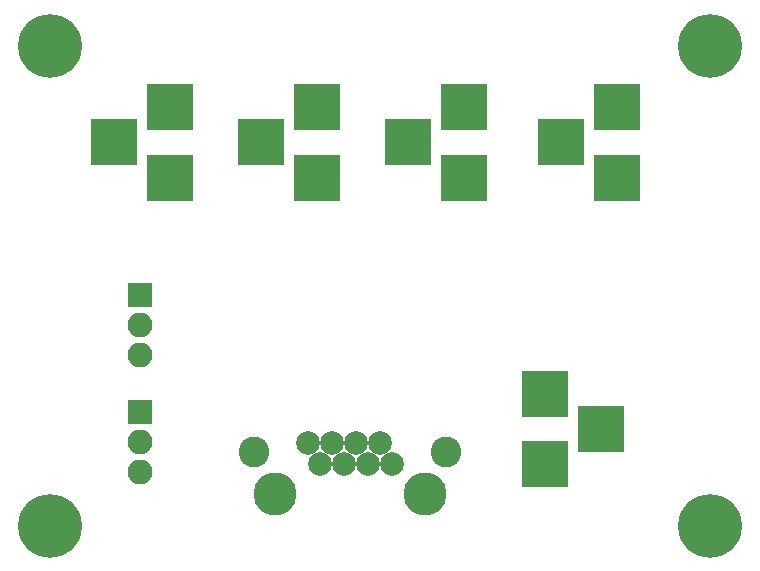
<source format=gbr>
G04 #@! TF.FileFunction,Soldermask,Bot*
%FSLAX46Y46*%
G04 Gerber Fmt 4.6, Leading zero omitted, Abs format (unit mm)*
G04 Created by KiCad (PCBNEW 4.0.7) date 06/27/18 16:09:00*
%MOMM*%
%LPD*%
G01*
G04 APERTURE LIST*
%ADD10C,0.100000*%
%ADD11C,2.600000*%
%ADD12C,3.650000*%
%ADD13C,2.000000*%
%ADD14R,2.100000X2.100000*%
%ADD15O,2.100000X2.100000*%
%ADD16R,3.900000X3.900000*%
%ADD17C,5.400000*%
G04 APERTURE END LIST*
D10*
D11*
X45210000Y-62360000D03*
X61470000Y-62360000D03*
D12*
X46990000Y-65920000D03*
X59690000Y-65920000D03*
D13*
X52840000Y-63380000D03*
X54870000Y-63380000D03*
X51810000Y-61600000D03*
X53840000Y-61600000D03*
X49780000Y-61600000D03*
X50810000Y-63380000D03*
X55870000Y-61600000D03*
X56900000Y-63380000D03*
D14*
X35560000Y-49022000D03*
D15*
X35560000Y-51562000D03*
X35560000Y-54102000D03*
D14*
X35560000Y-58928000D03*
D15*
X35560000Y-61468000D03*
X35560000Y-64008000D03*
D16*
X69850000Y-57404000D03*
X69850000Y-63404000D03*
X74550000Y-60404000D03*
X38100000Y-39116000D03*
X38100000Y-33116000D03*
X33400000Y-36116000D03*
X50546000Y-39116000D03*
X50546000Y-33116000D03*
X45846000Y-36116000D03*
X62992000Y-39116000D03*
X62992000Y-33116000D03*
X58292000Y-36116000D03*
X75946000Y-39116000D03*
X75946000Y-33116000D03*
X71246000Y-36116000D03*
D17*
X27940000Y-27940000D03*
X83820000Y-27940000D03*
X27940000Y-68580000D03*
X83820000Y-68580000D03*
M02*

</source>
